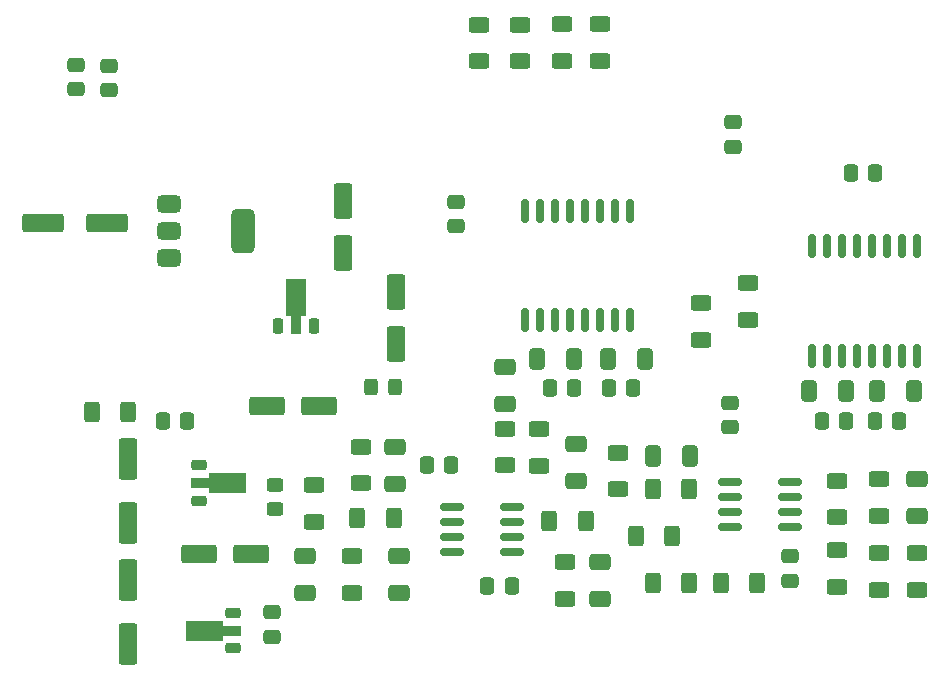
<source format=gbr>
%TF.GenerationSoftware,KiCad,Pcbnew,9.0.1*%
%TF.CreationDate,2025-05-23T09:46:46+02:00*%
%TF.ProjectId,PENDAII-Hardware,50454e44-4149-4492-9d48-617264776172,rev?*%
%TF.SameCoordinates,Original*%
%TF.FileFunction,Paste,Bot*%
%TF.FilePolarity,Positive*%
%FSLAX46Y46*%
G04 Gerber Fmt 4.6, Leading zero omitted, Abs format (unit mm)*
G04 Created by KiCad (PCBNEW 9.0.1) date 2025-05-23 09:46:46*
%MOMM*%
%LPD*%
G01*
G04 APERTURE LIST*
G04 Aperture macros list*
%AMRoundRect*
0 Rectangle with rounded corners*
0 $1 Rounding radius*
0 $2 $3 $4 $5 $6 $7 $8 $9 X,Y pos of 4 corners*
0 Add a 4 corners polygon primitive as box body*
4,1,4,$2,$3,$4,$5,$6,$7,$8,$9,$2,$3,0*
0 Add four circle primitives for the rounded corners*
1,1,$1+$1,$2,$3*
1,1,$1+$1,$4,$5*
1,1,$1+$1,$6,$7*
1,1,$1+$1,$8,$9*
0 Add four rect primitives between the rounded corners*
20,1,$1+$1,$2,$3,$4,$5,0*
20,1,$1+$1,$4,$5,$6,$7,0*
20,1,$1+$1,$6,$7,$8,$9,0*
20,1,$1+$1,$8,$9,$2,$3,0*%
%AMFreePoly0*
4,1,9,3.862500,-0.866500,0.737500,-0.866500,0.737500,-0.450000,-0.737500,-0.450000,-0.737500,0.450000,0.737500,0.450000,0.737500,0.866500,3.862500,0.866500,3.862500,-0.866500,3.862500,-0.866500,$1*%
G04 Aperture macros list end*
%ADD10RoundRect,0.225000X0.425000X0.225000X-0.425000X0.225000X-0.425000X-0.225000X0.425000X-0.225000X0*%
%ADD11FreePoly0,180.000000*%
%ADD12RoundRect,0.225000X-0.425000X-0.225000X0.425000X-0.225000X0.425000X0.225000X-0.425000X0.225000X0*%
%ADD13FreePoly0,0.000000*%
%ADD14RoundRect,0.375000X-0.625000X-0.375000X0.625000X-0.375000X0.625000X0.375000X-0.625000X0.375000X0*%
%ADD15RoundRect,0.500000X-0.500000X-1.400000X0.500000X-1.400000X0.500000X1.400000X-0.500000X1.400000X0*%
%ADD16RoundRect,0.250000X0.625000X-0.400000X0.625000X0.400000X-0.625000X0.400000X-0.625000X-0.400000X0*%
%ADD17RoundRect,0.250000X1.250000X0.550000X-1.250000X0.550000X-1.250000X-0.550000X1.250000X-0.550000X0*%
%ADD18RoundRect,0.250000X0.400000X0.625000X-0.400000X0.625000X-0.400000X-0.625000X0.400000X-0.625000X0*%
%ADD19RoundRect,0.250000X-0.625000X0.400000X-0.625000X-0.400000X0.625000X-0.400000X0.625000X0.400000X0*%
%ADD20RoundRect,0.250000X0.475000X-0.337500X0.475000X0.337500X-0.475000X0.337500X-0.475000X-0.337500X0*%
%ADD21RoundRect,0.250000X-0.400000X-0.625000X0.400000X-0.625000X0.400000X0.625000X-0.400000X0.625000X0*%
%ADD22RoundRect,0.250000X-0.337500X-0.475000X0.337500X-0.475000X0.337500X0.475000X-0.337500X0.475000X0*%
%ADD23RoundRect,0.250000X-0.650000X0.412500X-0.650000X-0.412500X0.650000X-0.412500X0.650000X0.412500X0*%
%ADD24RoundRect,0.250000X-0.412500X-0.650000X0.412500X-0.650000X0.412500X0.650000X-0.412500X0.650000X0*%
%ADD25RoundRect,0.250000X0.650000X-0.412500X0.650000X0.412500X-0.650000X0.412500X-0.650000X-0.412500X0*%
%ADD26RoundRect,0.225000X0.225000X-0.425000X0.225000X0.425000X-0.225000X0.425000X-0.225000X-0.425000X0*%
%ADD27FreePoly0,90.000000*%
%ADD28RoundRect,0.250000X0.412500X0.650000X-0.412500X0.650000X-0.412500X-0.650000X0.412500X-0.650000X0*%
%ADD29RoundRect,0.250000X0.550000X-1.500000X0.550000X1.500000X-0.550000X1.500000X-0.550000X-1.500000X0*%
%ADD30RoundRect,0.250000X-0.325000X-0.450000X0.325000X-0.450000X0.325000X0.450000X-0.325000X0.450000X0*%
%ADD31RoundRect,0.250000X-0.550000X1.250000X-0.550000X-1.250000X0.550000X-1.250000X0.550000X1.250000X0*%
%ADD32RoundRect,0.250000X0.337500X0.475000X-0.337500X0.475000X-0.337500X-0.475000X0.337500X-0.475000X0*%
%ADD33RoundRect,0.162500X0.825000X0.162500X-0.825000X0.162500X-0.825000X-0.162500X0.825000X-0.162500X0*%
%ADD34RoundRect,0.162500X-0.825000X-0.162500X0.825000X-0.162500X0.825000X0.162500X-0.825000X0.162500X0*%
%ADD35RoundRect,0.250000X-0.475000X0.337500X-0.475000X-0.337500X0.475000X-0.337500X0.475000X0.337500X0*%
%ADD36RoundRect,0.150000X-0.150000X0.875000X-0.150000X-0.875000X0.150000X-0.875000X0.150000X0.875000X0*%
%ADD37RoundRect,0.250000X1.500000X0.550000X-1.500000X0.550000X-1.500000X-0.550000X1.500000X-0.550000X0*%
%ADD38RoundRect,0.250000X0.550000X-1.250000X0.550000X1.250000X-0.550000X1.250000X-0.550000X-1.250000X0*%
%ADD39RoundRect,0.250000X0.450000X-0.325000X0.450000X0.325000X-0.450000X0.325000X-0.450000X-0.325000X0*%
G04 APERTURE END LIST*
D10*
%TO.C,U9*%
X63200000Y-118750000D03*
D11*
X63112500Y-120250000D03*
D10*
X63200000Y-121750000D03*
%TD*%
D12*
%TO.C,U10*%
X60250000Y-109250000D03*
D13*
X60337500Y-107750000D03*
D12*
X60250000Y-106250000D03*
%TD*%
D14*
%TO.C,U11*%
X57750000Y-88750000D03*
X57750000Y-86450000D03*
D15*
X64050000Y-86450000D03*
D14*
X57750000Y-84150000D03*
%TD*%
D16*
%TO.C,R20*%
X102750000Y-95650000D03*
X102750000Y-92550000D03*
%TD*%
D17*
%TO.C,C17*%
X64700000Y-113750000D03*
X60300000Y-113750000D03*
%TD*%
D18*
%TO.C,R17*%
X101800000Y-108250000D03*
X98700000Y-108250000D03*
%TD*%
D19*
%TO.C,R11*%
X114300000Y-113450000D03*
X114300000Y-116550000D03*
%TD*%
%TO.C,R10*%
X114300000Y-107550000D03*
X114300000Y-110650000D03*
%TD*%
D20*
%TO.C,C12*%
X82000000Y-86037500D03*
X82000000Y-83962500D03*
%TD*%
%TO.C,C24*%
X110325000Y-116037500D03*
X110325000Y-113962500D03*
%TD*%
D21*
%TO.C,R18*%
X104450000Y-116250000D03*
X107550000Y-116250000D03*
%TD*%
D19*
%TO.C,R23*%
X87500000Y-68950000D03*
X87500000Y-72050000D03*
%TD*%
%TO.C,R21*%
X94250000Y-68900000D03*
X94250000Y-72000000D03*
%TD*%
D22*
%TO.C,C15*%
X94962500Y-99750000D03*
X97037500Y-99750000D03*
%TD*%
D23*
%TO.C,C5*%
X86150000Y-97937500D03*
X86150000Y-101062500D03*
%TD*%
D24*
%TO.C,C30*%
X117687500Y-100000000D03*
X120812500Y-100000000D03*
%TD*%
D25*
%TO.C,C6*%
X92200000Y-107562500D03*
X92200000Y-104437500D03*
%TD*%
D26*
%TO.C,U8*%
X70000000Y-94500000D03*
D27*
X68500000Y-94412500D03*
D26*
X67000000Y-94500000D03*
%TD*%
D16*
%TO.C,R13*%
X121075000Y-116800000D03*
X121075000Y-113700000D03*
%TD*%
D25*
%TO.C,C7*%
X121075000Y-110562500D03*
X121075000Y-107437500D03*
%TD*%
D21*
%TO.C,R5*%
X89950000Y-111000000D03*
X93050000Y-111000000D03*
%TD*%
D28*
%TO.C,C29*%
X115062500Y-100000000D03*
X111937500Y-100000000D03*
%TD*%
D19*
%TO.C,R8*%
X89050000Y-103200000D03*
X89050000Y-106300000D03*
%TD*%
D23*
%TO.C,C4*%
X94250000Y-114437500D03*
X94250000Y-117562500D03*
%TD*%
D19*
%TO.C,R22*%
X91000000Y-68900000D03*
X91000000Y-72000000D03*
%TD*%
D29*
%TO.C,C19*%
X54250000Y-111150000D03*
X54250000Y-105750000D03*
%TD*%
D19*
%TO.C,R12*%
X117825000Y-107450000D03*
X117825000Y-110550000D03*
%TD*%
%TO.C,R19*%
X106800000Y-90850000D03*
X106800000Y-93950000D03*
%TD*%
D30*
%TO.C,FB4*%
X74825000Y-99600000D03*
X76875000Y-99600000D03*
%TD*%
D17*
%TO.C,C20*%
X70450000Y-101250000D03*
X66050000Y-101250000D03*
%TD*%
D31*
%TO.C,C26*%
X72500000Y-83850000D03*
X72500000Y-88250000D03*
%TD*%
D18*
%TO.C,R4*%
X76800000Y-110750000D03*
X73700000Y-110750000D03*
%TD*%
D25*
%TO.C,C1*%
X69250000Y-117062500D03*
X69250000Y-113937500D03*
%TD*%
D16*
%TO.C,R3*%
X74000000Y-107800000D03*
X74000000Y-104700000D03*
%TD*%
D32*
%TO.C,C10*%
X115075000Y-102500000D03*
X113000000Y-102500000D03*
%TD*%
D24*
%TO.C,C8*%
X98687500Y-105500000D03*
X101812500Y-105500000D03*
%TD*%
D33*
%TO.C,U5*%
X110325000Y-107690000D03*
X110325000Y-108960000D03*
X110325000Y-110230000D03*
X110325000Y-111500000D03*
X105250000Y-111500000D03*
X105250000Y-110230000D03*
X105250000Y-108960000D03*
X105250000Y-107690000D03*
%TD*%
D20*
%TO.C,C27*%
X105500000Y-79287500D03*
X105500000Y-77212500D03*
%TD*%
%TO.C,C33*%
X49850000Y-74437500D03*
X49850000Y-72362500D03*
%TD*%
D34*
%TO.C,U1*%
X81675000Y-113560000D03*
X81675000Y-112290000D03*
X81675000Y-111020000D03*
X81675000Y-109750000D03*
X86750000Y-109750000D03*
X86750000Y-111020000D03*
X86750000Y-112290000D03*
X86750000Y-113560000D03*
%TD*%
D20*
%TO.C,C34*%
X52650000Y-74487500D03*
X52650000Y-72412500D03*
%TD*%
D16*
%TO.C,R7*%
X91250000Y-117550000D03*
X91250000Y-114450000D03*
%TD*%
D21*
%TO.C,R9*%
X98700000Y-116250000D03*
X101800000Y-116250000D03*
%TD*%
D35*
%TO.C,C18*%
X66500000Y-118712500D03*
X66500000Y-120787500D03*
%TD*%
D22*
%TO.C,C11*%
X117500000Y-102500000D03*
X119575000Y-102500000D03*
%TD*%
D23*
%TO.C,C2*%
X76850000Y-104687500D03*
X76850000Y-107812500D03*
%TD*%
D19*
%TO.C,R24*%
X84000000Y-68950000D03*
X84000000Y-72050000D03*
%TD*%
%TO.C,R14*%
X117825000Y-113700000D03*
X117825000Y-116800000D03*
%TD*%
D36*
%TO.C,U4*%
X112170000Y-87700000D03*
X113440000Y-87700000D03*
X114710000Y-87700000D03*
X115980000Y-87700000D03*
X117250000Y-87700000D03*
X118520000Y-87700000D03*
X119790000Y-87700000D03*
X121060000Y-87700000D03*
X121060000Y-97000000D03*
X119790000Y-97000000D03*
X118520000Y-97000000D03*
X117250000Y-97000000D03*
X115980000Y-97000000D03*
X114710000Y-97000000D03*
X113440000Y-97000000D03*
X112170000Y-97000000D03*
%TD*%
D28*
%TO.C,C31*%
X92062500Y-97250000D03*
X88937500Y-97250000D03*
%TD*%
D24*
%TO.C,C32*%
X94937500Y-97250000D03*
X98062500Y-97250000D03*
%TD*%
D20*
%TO.C,C22*%
X105250000Y-103037500D03*
X105250000Y-100962500D03*
%TD*%
D23*
%TO.C,C3*%
X77250000Y-113937500D03*
X77250000Y-117062500D03*
%TD*%
D18*
%TO.C,R15*%
X100350000Y-112250000D03*
X97250000Y-112250000D03*
%TD*%
D37*
%TO.C,C28*%
X52500000Y-85750000D03*
X47100000Y-85750000D03*
%TD*%
D19*
%TO.C,R1*%
X70000000Y-107950000D03*
X70000000Y-111050000D03*
%TD*%
D21*
%TO.C,R27*%
X51200000Y-101750000D03*
X54300000Y-101750000D03*
%TD*%
D16*
%TO.C,R2*%
X73250000Y-117050000D03*
X73250000Y-113950000D03*
%TD*%
D32*
%TO.C,C25*%
X81637500Y-106200000D03*
X79562500Y-106200000D03*
%TD*%
D19*
%TO.C,R16*%
X95750000Y-105200000D03*
X95750000Y-108300000D03*
%TD*%
D22*
%TO.C,C21*%
X57212500Y-102500000D03*
X59287500Y-102500000D03*
%TD*%
D36*
%TO.C,U2*%
X87920000Y-84700000D03*
X89190000Y-84700000D03*
X90460000Y-84700000D03*
X91730000Y-84700000D03*
X93000000Y-84700000D03*
X94270000Y-84700000D03*
X95540000Y-84700000D03*
X96810000Y-84700000D03*
X96810000Y-94000000D03*
X95540000Y-94000000D03*
X94270000Y-94000000D03*
X93000000Y-94000000D03*
X91730000Y-94000000D03*
X90460000Y-94000000D03*
X89190000Y-94000000D03*
X87920000Y-94000000D03*
%TD*%
D38*
%TO.C,C13*%
X77000000Y-96000000D03*
X77000000Y-91600000D03*
%TD*%
D19*
%TO.C,R6*%
X86150000Y-103150000D03*
X86150000Y-106250000D03*
%TD*%
D32*
%TO.C,C14*%
X92037500Y-99750000D03*
X89962500Y-99750000D03*
%TD*%
D39*
%TO.C,FB3*%
X66750000Y-110000000D03*
X66750000Y-107950000D03*
%TD*%
D32*
%TO.C,C23*%
X86750000Y-116500000D03*
X84675000Y-116500000D03*
%TD*%
D22*
%TO.C,C9*%
X115462500Y-81500000D03*
X117537500Y-81500000D03*
%TD*%
D29*
%TO.C,C16*%
X54250000Y-121400000D03*
X54250000Y-116000000D03*
%TD*%
M02*

</source>
